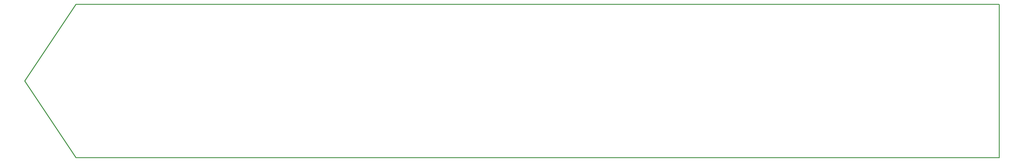
<source format=gbr>
G04 #@! TF.GenerationSoftware,KiCad,Pcbnew,(5.1.2-1)-1*
G04 #@! TF.CreationDate,2019-09-24T13:43:54+08:00*
G04 #@! TF.ProjectId,osilloscopen,6f73696c-6c6f-4736-936f-70656e2e6b69,rev?*
G04 #@! TF.SameCoordinates,Original*
G04 #@! TF.FileFunction,Profile,NP*
%FSLAX46Y46*%
G04 Gerber Fmt 4.6, Leading zero omitted, Abs format (unit mm)*
G04 Created by KiCad (PCBNEW (5.1.2-1)-1) date 2019-09-24 13:43:54*
%MOMM*%
%LPD*%
G04 APERTURE LIST*
%ADD10C,0.150000*%
G04 APERTURE END LIST*
D10*
X95000000Y-80000000D02*
X205000000Y-80000000D01*
X85000000Y-95000000D02*
X95000000Y-80000000D01*
X95000000Y-110000000D02*
X85000000Y-95000000D01*
X275000000Y-110000000D02*
X95000000Y-110000000D01*
X275000000Y-80000000D02*
X275000000Y-110000000D01*
X205000000Y-80000000D02*
X275000000Y-80000000D01*
M02*

</source>
